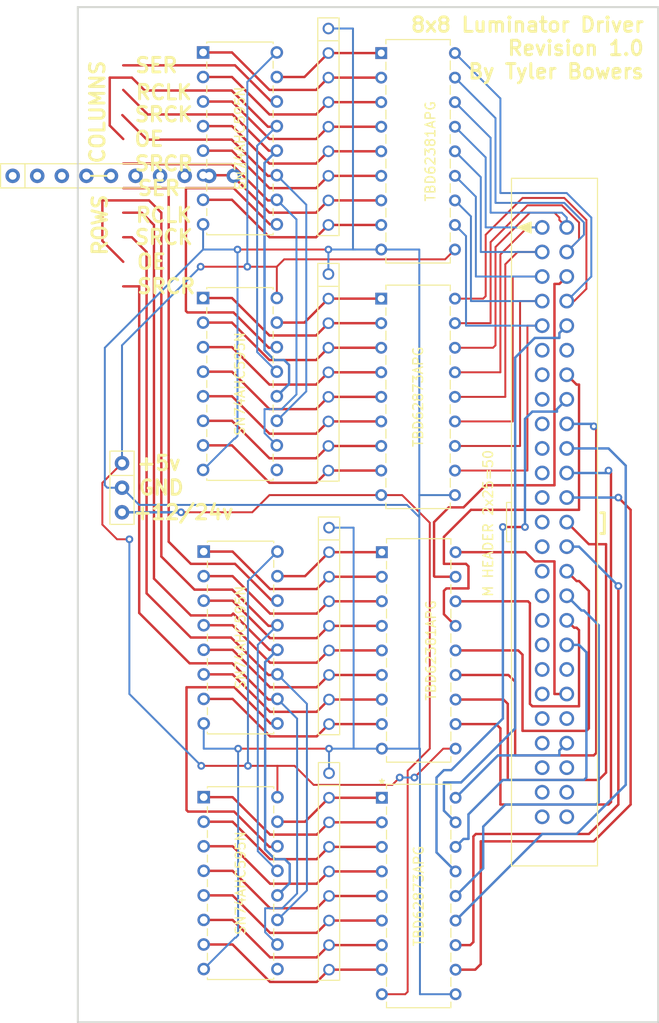
<source format=kicad_pcb>
(kicad_pcb (version 20211014) (generator pcbnew)
  (layers (0 "F.Cu" signal) (31 "B.Cu" signal) (34 "B.Paste" user) (35 "F.Paste" user) (36 "B.SilkS" user "B.Silkscreen") (37 "F.SilkS" user "F.Silkscreen") (38 "B.Mask" user) (39 "F.Mask" user) (44 "Edge.Cuts" user))
  (net 0 "")
  (footprint "Luminator:1x3 pads" (layer "F.Cu") (at 84.328 88.138)
    (fp_text reference "REF**" hide)
    (fp_text value "1x3 pads")
  )
  (footprint "Luminator:8x10 R Array" (layer "F.Cu") (at 105.7275 117.6655)
    (fp_text reference "REF**" hide)
    (fp_text value "8x10k R Array")
  )
  (footprint "Luminator:SN74AHC595N" (layer "F.Cu") (at 96.52 67.564)
    (fp_text reference "REF**" hide)
    (fp_text value "SN74AHC595N")
  )
  (footprint "Luminator:TBD62783APG" (layer "F.Cu") (at 111.1885 120.2055)
    (fp_text reference "REF**" hide)
    (fp_text value "TBD62873APG")
  )
  (footprint "Luminator:8x10 R Array" (layer "F.Cu") (at 105.664 40.64)
    (fp_text reference "REF**" hide)
    (fp_text value "8x10k R Array")
  )
  (footprint "Luminator:TBD62783APG" (layer "F.Cu") (at 111.125 68.58)
    (fp_text reference "REF**" hide)
    (fp_text value "TBD62873APG")
  )
  (footprint "Luminator:8x10 R Array" (layer "F.Cu") (at 105.7275 92.2655)
    (fp_text reference "REF**" hide)
    (fp_text value "8x10k R Array")
  )
  (footprint "Luminator:SN74AHC595N" (layer "F.Cu") (at 96.5835 93.7895)
    (fp_text reference "REF**" hide)
    (fp_text value "SN74AHC595N")
  )
  (footprint "Luminator:8x10 R Array" (layer "F.Cu") (at 105.664 66.04)
    (fp_text reference "REF**" hide)
    (fp_text value "8x10k R Array")
  )
  (footprint "Luminator:TBD62381APG" (layer "F.Cu") (at 111.125 43.18)
    (fp_text reference "REF**" hide)
    (fp_text value "TBD62381APG")
  )
  (footprint "Luminator:M HEADER 2x25=50 2.54mm" (layer "F.Cu") (at 127.762 61.214 -90)
    (fp_text reference "REF**" hide)
    (fp_text value "M HEADER 2x25=50 ")
  )
  (footprint "Luminator:1x10 pads" (layer "F.Cu") (at 84.455 55.88 -90)
    (fp_text reference "REF**" hide)
    (fp_text value "1x10 pads" hide)
  )
  (footprint "Luminator:TBD62381APG" (layer "F.Cu") (at 111.1885 94.8055)
    (fp_text reference "REF**" hide)
    (fp_text value "TBD62381APG")
  )
  (footprint "Luminator:SN74AHC595N" (layer "F.Cu") (at 96.5835 119.1895)
    (fp_text reference "REF**" hide)
    (fp_text value "SN74AHC595N")
  )
  (footprint "Luminator:SN74AHC595N" (layer "F.Cu") (at 96.52 42.164)
    (fp_text reference "REF**" hide)
    (fp_text value "SN74AHC595N")
  )
  (gr_line (start 82.804 55.88) (end 80.518 55.88) (layer "F.SilkS") (width 0.2))
  (gr_rect (start 79.756 143.432) (end 139.756 38.432) (layer "Edge.Cuts") (width 0.2) (fill none))
  (gr_text "OE" (at 87.376 64.77) (layer "F.SilkS") (effects (font (size 1.5 1.5) (thickness 0.3))))
  (gr_text "]" (at 134.112 91.694) (layer "F.SilkS") (effects (font (size 1.5 1.5) (thickness 0.3))))
  (gr_text "SRCK" (at 88.646 62.23) (layer "F.SilkS") (effects (font (size 1.5 1.5) (thickness 0.3))))
  (gr_text "OE" (at 87.122 52.07) (layer "F.SilkS") (effects (font (size 1.5 1.5) (thickness 0.3))))
  (gr_text "+12/24v" (at 90.678 90.678) (layer "F.SilkS") (effects (font (size 1.5 1.5) (thickness 0.3))))
  (gr_text "SRCR" (at 88.646 54.61) (layer "F.SilkS") (effects (font (size 1.5 1.5) (thickness 0.3))))
  (gr_text "SER" (at 87.884 44.45) (layer "F.SilkS") (effects (font (size 1.5 1.5) (thickness 0.3))))
  (gr_text "ROWS" (at 82.042 60.96 90) (layer "F.SilkS") (effects (font (size 1.5 1.5) (thickness 0.3))))
  (gr_text "SRCK" (at 88.646 49.53) (layer "F.SilkS") (effects (font (size 1.5 1.5) (thickness 0.3))))
  (gr_text "RCLK" (at 88.646 47.244) (layer "F.SilkS") (effects (font (size 1.5 1.5) (thickness 0.3))))
  (gr_text "RCLK" (at 88.646 59.944) (layer "F.SilkS") (effects (font (size 1.5 1.5) (thickness 0.3))))
  (gr_text "COLUMNS" (at 81.788 49.276 90) (layer "F.SilkS") (effects (font (size 1.5 1.5) (thickness 0.3))))
  (gr_text "+5v" (at 88.138 85.598) (layer "F.SilkS") (effects (font (size 1.5 1.5) (thickness 0.3))))
  (gr_text "8x8 Luminator Driver\nRevision 1.0\nBy Tyler Bowers" (at 138.43 42.672) (layer "F.SilkS") (effects (font (size 1.5 1.5) (thickness 0.3)) (justify right)))
  (gr_text "SER" (at 88.138 57.15) (layer "F.SilkS") (effects (font (size 1.5 1.5) (thickness 0.3))))
  (gr_text "SRCR" (at 88.9 67.31) (layer "F.SilkS") (effects (font (size 1.5 1.5) (thickness 0.3))))
  (gr_text "GND" (at 88.392 88.138) (layer "F.SilkS") (effects (font (size 1.5 1.5) (thickness 0.3))))
  (segment (start 92.71 83.7565) (end 95.6945 83.7565) (width 0.25) (layer "F.Cu") (net 0))
  (segment (start 117.602 98.806) (end 117.856 98.552) (width 0.25) (layer "F.Cu") (net 0))
  (segment (start 104.394 85.09) (end 105.664 83.82) (width 0.25) (layer "F.Cu") (net 0))
  (segment (start 125.73 58.166) (end 130.048 58.166) (width 0.2) (layer "F.Cu") (net 0))
  (segment (start 126.3015 99.8855) (end 126.492 100.076) (width 0.25) (layer "F.Cu") (net 0))
  (segment (start 116.586 97.282) (end 116.586 91.694) (width 0.25) (layer "F.Cu") (net 0))
  (segment (start 123.444 113.03) (end 123.444 120.904) (width 0.25) (layer "F.Cu") (net 0))
  (segment (start 91.821 98.679) (end 88.392 95.25) (width 0.25) (layer "F.Cu") (net 0))
  (segment (start 111.125 45.72) (end 105.664 45.72) (width 0.25) (layer "F.Cu") (net 0))
  (segment (start 133.096 124.714) (end 121.412 124.714) (width 0.25) (layer "F.Cu") (net 0))
  (segment (start 86.6775 47.0535) (end 85.344 45.72) (width 0.25) (layer "F.Cu") (net 0))
  (segment (start 104.4575 98.6155) (end 105.7275 97.3455) (width 0.25) (layer "F.Cu") (net 0))
  (segment (start 92.71 55.8165) (end 95.6945 55.8165) (width 0.25) (layer "F.Cu") (net 0))
  (segment (start 111.1885 137.9855) (end 105.7275 137.9855) (width 0.25) (layer "F.Cu") (net 0))
  (segment (start 95.758 107.442) (end 99.6315 111.3155) (width 0.25) (layer "F.Cu") (net 0))
  (segment (start 105.664 63.5) (end 96.266 63.5) (width 0.2) (layer "F.Cu") (net 0))
  (segment (start 92.71 73.5965) (end 95.6945 73.5965) (width 0.25) (layer "F.Cu") (net 0))
  (segment (start 119.888 96.012) (end 117.602 96.012) (width 0.25) (layer "F.Cu") (net 0))
  (segment (start 86.995 49.53) (end 84.455 46.99) (width 0.25) (layer "F.Cu") (net 0))
  (segment (start 114.554 118.11) (end 117.5385 115.1255) (width 0.2) (layer "F.Cu") (net 0))
  (segment (start 104.394 80.01) (end 105.664 78.74) (width 0.25) (layer "F.Cu") (net 0))
  (segment (start 105.7275 125.2855) (end 111.1885 125.2855) (width 0.25) (layer "F.Cu") (net 0))
  (segment (start 105.664 73.66) (end 111.125 73.66) (width 0.25) (layer "F.Cu") (net 0))
  (segment (start 105.7275 110.0455) (end 111.1885 110.0455) (width 0.25) (layer "F.Cu") (net 0))
  (segment (start 95.6945 45.6565) (end 99.568 49.53) (width 0.25) (layer "F.Cu") (net 0))
  (segment (start 92.71 45.6565) (end 95.6945 45.6565) (width 0.25) (layer "F.Cu") (net 0))
  (segment (start 111.125 81.28) (end 105.664 81.28) (width 0.25) (layer "F.Cu") (net 0))
  (segment (start 99.568 46.99) (end 104.394 46.99) (width 0.25) (layer "F.Cu") (net 0))
  (segment (start 104.4575 103.6955) (end 105.7275 102.4255) (width 0.25) (layer "F.Cu") (net 0))
  (segment (start 132.588 113.03) (end 132.588 98.806) (width 0.25) (layer "F.Cu") (net 0))
  (segment (start 92.71 48.1965) (end 95.6945 48.1965) (width 0.25) (layer "F.Cu") (net 0))
  (segment (start 95.758 94.742) (end 99.6315 98.6155) (width 0.25) (layer "F.Cu") (net 0))
  (segment (start 84.455 54.61) (end 87.249 54.61) (width 0.25) (layer "F.Cu") (net 0))
  (segment (start 97.282 65.278) (end 92.456 65.278) (width 0.2) (layer "F.Cu") (net 0))
  (segment (start 85.09 93.472) (end 83.82 93.472) (width 0.2) (layer "F.Cu") (net 0))
  (segment (start 131.063999 102.615999) (end 130.302 101.854) (width 0.25) (layer "F.Cu") (net 0))
  (segment (start 135.636 89.154) (end 136.906 90.424) (width 0.25) (layer "F.Cu") (net 0))
  (segment (start 92.7735 102.362) (end 95.758 102.362) (width 0.25) (layer "F.Cu") (net 0))
  (segment (start 85.344 62.23) (end 84.455 62.23) (width 0.25) (layer "F.Cu") (net 0))
  (segment (start 118.8085 97.3455) (end 116.6495 97.3455) (width 0.25) (layer "F.Cu") (net 0))
  (segment (start 100.33 65.278) (end 97.282 65.278) (width 0.2) (layer "F.Cu") (net 0))
  (segment (start 126.238 58.928) (end 129.794 58.928) (width 0.2) (layer "F.Cu") (net 0))
  (segment (start 92.71 43.1165) (end 95.6945 43.1165) (width 0.25) (layer "F.Cu") (net 0))
  (segment (start 123.698 92.202) (end 125.984 92.202) (width 0.25) (layer "F.Cu") (net 0))
  (segment (start 92.71 78.6765) (end 95.6945 78.6765) (width 0.25) (layer "F.Cu") (net 0))
  (segment (start 118.8085 102.4255) (end 117.602 101.219) (width 0.25) (layer "F.Cu") (net 0))
  (segment (start 126.238 71.374) (end 127.762 71.374) (width 0.2) (layer "F.Cu") (net 0))
  (segment (start 99.6315 106.2355) (end 104.4575 106.2355) (width 0.25) (layer "F.Cu") (net 0))
  (segment (start 87.122 58.42) (end 82.296 58.42) (width 0.25) (layer "F.Cu") (net 0))
  (segment (start 117.5385 115.1255) (end 118.8085 115.1255) (width 0.2) (layer "F.Cu") (net 0))
  (segment (start 133.35 82.042) (end 133.096 81.788) (width 0.25) (layer "F.Cu") (net 0))
  (segment (start 99.679125 112.522) (end 95.932625 108.7755) (width 0.25) (layer "F.Cu") (net 0))
  (segment (start 126.746 110.744) (end 131.572 110.744) (width 0.25) (layer "F.Cu") (net 0))
  (segment (start 86.106 67.31) (end 84.455 67.31) (width 0.25) (layer "F.Cu") (net 0))
  (segment (start 111.1885 107.5055) (end 105.7275 107.5055) (width 0.25) (layer "F.Cu") (net 0))
  (segment (start 95.758 102.362) (end 99.6315 106.2355) (width 0.25) (layer "F.Cu") (net 0))
  (segment (start 120.142 96.266) (end 119.888 96.012) (width 0.25) (layer "F.Cu") (net 0))
  (segment (start 118.8085 110.0455) (end 123.7615 110.0455) (width 0.25) (layer "F.Cu") (net 0))
  (segment (start 104.4575 113.8555) (end 105.7275 112.5855) (width 0.25) (layer "F.Cu") (net 0))
  (segment (start 103.1875 45.6565) (end 105.664 43.18) (width 0.25) (layer "F.Cu") (net 0))
  (segment (start 105.7275 130.3655) (end 111.1885 130.3655) (width 0.25) (layer "F.Cu") (net 0))
  (segment (start 91.313 106.299) (end 86.106 101.092) (width 0.25) (layer "F.Cu") (net 0))
  (segment (start 95.758 97.282) (end 99.6315 101.1555) (width 0.25) (layer "F.Cu") (net 0))
  (segment (start 113.8555 139.5095) (end 113.8555 140.2715) (width 0.2) (layer "F.Cu") (net 0))
  (segment (start 129.032 95.758) (end 129.032 109.474) (width 0.25) (layer "F.Cu") (net 0))
  (segment (start 99.568 82.55) (end 104.394 82.55) (width 0.25) (layer "F.Cu") (net 0))
  (segment (start 127 95.758) (end 129.032 95.758) (width 0.25) (layer "F.Cu") (net 0))
  (segment (start 126.238 86.36) (end 126.238 71.374) (width 0.2) (layer "F.Cu") (net 0))
  (segment (start 92.71 58.3565) (end 95.6945 58.3565) (width 0.25) (layer "F.Cu") (net 0))
  (segment (start 104.394 59.69) (end 105.664 58.42) (width 0.25) (layer "F.Cu") (net 0))
  (segment (start 129.54 60.198) (end 129.540001 60.452001) (width 0.2) (layer "F.Cu") (net 0))
  (segment (start 100.33 65.278) (end 101.092 64.516) (width 0.2) (layer "F.Cu") (net 0))
  (segment (start 113.284 88.9) (end 111.125 88.9) (width 0.2) (layer "F.Cu") (net 0))
  (segment (start 92.7735 127.762) (end 95.758 127.762) (width 0.25) (layer "F.Cu") (net 0))
  (segment (start 132.588 123.952) (end 120.904 123.952) (width 0.25) (layer "F.Cu") (net 0))
  (segment (start 112.268 118.872) (end 113.03 118.11) (width 0.2) (layer "F.Cu") (net 0))
  (segment (start 126.492 100.076) (end 126.492 110.49) (width 0.25) (layer "F.Cu") (net 0))
  (segment (start 92.7735 97.282) (end 95.758 97.282) (width 0.25) (layer "F.Cu") (net 0))
  (segment (start 125.73 105.41) (end 125.73 113.284) (width 0.25) (layer "F.Cu") (net 0))
  (segment (start 95.66275 52.1335) (end 86.89975 52.1335) (width 0.25) (layer "F.Cu") (net 0))
  (segment (start 130.048 58.166) (end 132.334 60.452) (width 0.2) (layer "F.Cu") (net 0))
  (segment (start 118.745 68.58) (end 121.666 68.58) (width 0.2) (layer "F.Cu") (net 0))
  (segment (start 131.572 102.87) (end 131.318 102.616) (width 0.25) (layer "F.Cu") (net 0))
  (segment (start 116.586 91.694) (end 118.11 90.17) (width 0.25) (layer "F.Cu") (net 0))
  (segment (start 113.6015 140.5255) (end 111.1885 140.5255) (width 0.2) (layer "F.Cu") (net 0))
  (segment (start 120.65 124.206) (end 120.65 135.128) (width 0.25) (layer "F.Cu") (net 0))
  (segment (start 124.968 108.204) (end 124.968 115.824) (width 0.25) (layer "F.Cu") (net 0))
  (segment (start 95.6945 53.2765) (end 99.568 57.15) (width 0.25) (layer "F.Cu") (net 0))
  (segment (start 92.71 76.1365) (end 95.6945 76.1365) (width 0.25) (layer "F.Cu") (net 0))
  (segment (start 100.23475 58.42) (end 99.40925 58.42) (width 0.25) (layer "F.Cu") (net 0))
  (segment (start 125.2855 104.9655) (end 125.73 105.41) (width 0.25) (layer "F.Cu") (net 0))
  (segment (start 122.936 73.406) (end 122.936 63.246) (width 0.2) (layer "F.Cu") (net 0))
  (segment (start 121.92 87.884) (end 129.032 87.884) (width 0.25) (layer "F.Cu") (net 0))
  (segment (start 104.4575 134.1755) (end 105.7275 132.9055) (width 0.25) (layer "F.Cu") (net 0))
  (segment (start 99.6315 136.7155) (end 104.4575 136.7155) (width 0.25) (layer "F.Cu") (net 0))
  (segment (start 104.394 54.61) (end 105.664 53.34) (width 0.25) (layer "F.Cu") (net 0))
  (segment (start 95.66275 54.6735) (end 87.3125 54.6735) (width 0.25) (layer "F.Cu") (net 0))
  (segment (start 105.664 68.58) (end 111.125 68.58) (width 0.25) (layer "F.Cu") (net 0))
  (segment (start 104.394 82.55) (end 105.664 81.28) (width 0.25) (layer "F.Cu") (net 0))
  (segment (start 116.1415 115.1255) (end 113.8555 117.4115) (width 0.2) (layer "F.Cu") (net 0))
  (segment (start 86.89975 52.1335) (end 84.35975 49.5935) (width 0.25) (layer "F.Cu") (net 0))
  (segment (start 100.3935 116.9035) (end 97.3455 116.9035) (width 0.2) (layer "F.Cu") (net 0))
  (segment (start 95.6945 48.1965) (end 99.568 52.07) (width 0.25) (layer "F.Cu") (net 0))
  (segment (start 118.8085 99.8855) (end 126.3015 99.8855) (width 0.25) (layer "F.Cu") (net 0))
  (segment (start 82.296 58.42) (end 82.296 62.611) (width 0.25) (layer "F.Cu") (net 0))
  (segment (start 99.40925 50.8) (end 95.66275 47.0535) (width 0.25) (layer "F.Cu") (net 0))
  (segment (start 119.634 90.17) (end 121.92 87.884) (width 0.25) (layer "F.Cu") (net 0))
  (segment (start 134.366 93.98) (end 132.588 93.98) (width 0.25) (layer "F.Cu") (net 0))
  (segment (start 99.7585 48.1965) (end 96.012 44.45) (width 0.25) (layer "F.Cu") (net 0))
  (segment (start 135.636 120.904) (end 132.588 123.952) (width 0.25) (layer "F.Cu") (net 0))
  (segment (start 118.8085 104.9655) (end 125.2855 104.9655) (width 0.25) (layer "F.Cu") (net 0))
  (segment (start 122.936 63.246) (end 126.492 59.69) (width 0.2) (layer "F.Cu") (net 0))
  (segment (start 104.394 46.99) (end 105.664 45.72) (width 0.25) (layer "F.Cu") (net 0))
  (segment (start 83.058 50.673) (end 84.455 52.07) (width 0.25) (layer "F.Cu") (net 0))
  (segment (start 95.6945 73.5965) (end 99.568 77.47) (width 0.25) (layer "F.Cu") (net 0))
  (segment (start 134.366 117.602) (end 134.366 93.98) (width 0.25) (layer "F.Cu") (net 0))
  (segment (start 100.33 71.0565) (end 103.1875 71.0565) (width 0.25) (layer "F.Cu") (net 0))
  (segment (start 95.72625 98.679) (end 91.821 98.679) (width 0.25) (layer "F.Cu") (net 0))
  (segment (start 124.206 110.49) (end 124.206 118.364) (width 0.25) (layer "F.Cu") (net 0))
  (segment (start 99.615625 60.8965) (end 95.869125 57.15) (width 0.25) (layer "F.Cu") (net 0))
  (segment (start 111.1885 127.8255) (end 105.7275 127.8255) (width 0.25) (layer "F.Cu") (net 0))
  (segment (start 92.7735 130.302) (end 95.758 130.302) (width 0.25) (layer "F.Cu") (net 0))
  (segment (start 92.7735 99.822) (end 95.758 99.822) (width 0.25) (layer "F.Cu") (net 0))
  (segment (start 95.758 132.842) (end 99.6315 136.7155) (width 0.25) (layer "F.Cu") (net 0))
  (segment (start 120.8405 137.9855) (end 118.8085 137.9855) (width 0.25) (layer "F.Cu") (net 0))
  (segment (start 125.222 63.754) (end 127.762 63.754) (width 0.2) (layer "F.Cu") (net 0))
  (segment (start 104.394 72.39) (end 105.664 71.12) (width 0.25) (layer "F.Cu") (net 0))
  (segment (start 100.33 45.6565) (end 103.1875 45.6565) (width 0.25) (layer "F.Cu") (net 0))
  (segment (start 118.8085 94.8055) (end 126.0475 94.8055) (width 0.25) (layer "F.Cu") (net 0))
  (segment (start 99.47275 110.0455) (end 95.72625 106.299) (width 0.25) (layer "F.Cu") (net 0))
  (segment (start 104.394 74.93) (end 105.664 73.66) (width 0.25) (layer "F.Cu") (net 0))
  (segment (start 105.7275 104.9655) (end 111.1885 104.9655) (width 0.25) (layer "F.Cu") (net 0))
  (segment (start 99.5045 73.66) (end 95.85325 70.00875) (width 0.25) (layer "F.Cu") (net 0))
  (segment (start 85.344 45.72) (end 83.058 45.72) (width 0.25) (layer "F.Cu") (net 0))
  (segment (start 100.33 68.5165) (end 100.33 65.278) (width 0.2) (layer "F.Cu") (net 0))
  (segment (start 95.6945 50.7365) (end 99.568 54.61) (width 0.25) (layer "F.Cu") (net 0))
  (segment (start 99.6315 139.2555) (end 104.4575 139.2555) (width 0.25) (layer "F.Cu") (net 0))
  (segment (start 126.238 61.214) (end 127.762 61.214) (width 0.2) (layer "F.Cu") (net 0))
  (segment (start 95.59925 103.632) (end 91.44 103.632) (width 0.25) (layer "F.Cu") (net 0))
  (segment (start 95.758 120.142) (end 99.6315 124.0155) (width 0.25) (layer "F.Cu") (net 0))
  (segment (start 131.572 97.79) (end 131.318 97.79) (width 0.25) (layer "F.Cu") (net 0))
  (segment (start 132.588 98.806) (end 131.572 97.79) (width 0.25) (layer "F.Cu") (net 0))
  (segment (start 133.096 115.824) (end 133.35 115.57) (width 0.25) (layer "F.Cu") (net 0))
  (segment (start 111.125 76.2) (end 105.664 76.2) (width 0.25) (layer "F.Cu") (net 0))
  (segment (start 122.428 62.738) (end 126.238 58.928) (width 0.2) (layer "F.Cu") (net 0))
  (segment (start 104.4575 101.1555) (end 105.7275 99.8855) (width 0.25) (layer "F.Cu") (net 0))
  (segment (start 118.745 71.12) (end 122.428 71.12) (width 0.2) (layer "F.Cu") (net 0))
  (segment (start 100.3935 97.282) (end 103.251 97.282) (width 0.25) (layer "F.Cu") (net 0))
  (segment (start 91.44 96.012) (end 89.154 93.726) (width 0.25) (layer "F.Cu") (net 0))
  (segment (start 100.29825 107.5055) (end 99.47275 107.5055) (width 0.25) (layer "F.Cu") (net 0))
  (segment (start 95.758 135.382) (end 99.6315 139.2555) (width 0.25) (layer "F.Cu") (net 0))
  (segment (start 99.568 54.61) (end 104.394 54.61) (width 0.25) (layer "F.Cu") (net 0))
  (segment (start 95.758 99.822) (end 99.6315 103.6955) (width 0.25) (layer "F.Cu") (net 0))
  (segment (start 131.318 77.47) (end 130.302 76.454) (width 0.25) (layer "F.Cu") (net 0))
  (segment (start 90.932 69.85) (end 91.09075 70.00875) (width 0.25) (layer "F.Cu") (net 0))
  (segment (start 99.47275 102.4255) (end 95.72625 98.679) (width 0.25) (layer "F.Cu") (net 0))
  (segment (start 124.2695 107.5055) (end 124.968 108.204) (width 0.25) (layer "F.Cu") (net 0))
  (segment (start 95.66275 47.0535) (end 86.6775 47.0535) (width 0.25) (layer "F.Cu") (net 0))
  (segment (start 125.476 68.834) (end 127.762 68.834) (width 0.2) (layer "F.Cu") (net 0))
  (segment (start 92.7735 120.142) (end 95.758 120.142) (width 0.25) (layer "F.Cu") (net 0))
  (segment (start 111.125 55.88) (end 105.664 55.88) (width 0.25) (layer "F.Cu") (net 0))
  (segment (start 131.572 110.744) (end 131.572 102.87) (width 0.25) (layer "F.Cu") (net 0))
  (segment (start 117.602 93.218) (end 120.396 90.424) (width 0.25) (layer "F.Cu") (net 0))
  (segment (start 92.7735 135.382) (end 95.758 135.382) (width 0.25) (layer "F.Cu") (net 0))
  (segment (start 104.4575 108.7755) (end 105.7275 107.5055) (width 0.25) (layer "F.Cu") (net 0))
  (segment (start 111.125 71.12) (end 105.664 71.12) (width 0.25) (layer "F.Cu") (net 0))
  (segment (start 87.249 54.61) (end 87.3125 54.6735) (width 0.25) (layer "F.Cu") (net 0))
  (segment (start 132.588 93.98) (end 130.302 91.694) (width 0.25) (layer "F.Cu") (net 0))
  (segment (start 88.392 59.69) (end 87.122 58.42) (width 0.25) (layer "F.Cu") (net 0))
  (segment (start 120.142 98.552) (end 120.142 96.266) (width 0.25) (layer "F.Cu") (net 0))
  (segment (start 125.73 113.284) (end 132.334 113.284) (width 0.25) (layer "F.Cu") (net 0))
  (segment (start 104.394 52.07) (end 105.664 50.8) (width 0.25) (layer "F.Cu") (net 0))
  (segment (start 135.636 98.298) (end 135.636 120.904) (width 0.25) (layer "F.Cu") (net 0))
  (segment (start 103.1875 71.0565) (end 105.664 68.58) (width 0.25) (layer "F.Cu") (net 0))
  (segment (start 92.7735 104.902) (end 95.758 104.902) (width 0.25) (layer "F.Cu") (net 0))
  (segment (start 92.71 81.2165) (end 95.6945 81.2165) (width 0.25) (layer "F.Cu") (net 0))
  (segment (start 99.568 49.53) (end 104.394 49.53) (width 0.25) (layer "F.Cu") (net 0))
  (segment (start 129.794 58.928) (end 131.572 60.706) (width 0.2) (layer "F.Cu") (net 0))
  (segment (start 122.428 71.12) (end 122.428 62.738) (width 0.2) (layer "F.Cu") (net 0))
  (segment (start 121.666 68.58) (end 121.92 68.326) (width 0.2) (layer "F.Cu") (net 0))
  (segment (start 82.296 62.611) (end 84.455 64.77) (width 0.25) (layer "F.Cu") (net 0))
  (segment (start 104.4575 129.0955) (end 105.7275 127.8255) (width 0.25) (layer "F.Cu") (net 0))
  (segment (start 95.6945 78.6765) (end 99.568 82.55) (width 0.25) (layer "F.Cu") (net 0))
  (segment (start 126.0475 94.8055) (end 127 95.758) (width 0.25) (layer "F.Cu") (net 0))
  (segment (start 99.568 62.23) (end 104.394 62.23) (width 0.25) (layer "F.Cu") (net 0))
  (segment (start 99.568 88.9) (end 97.79 90.678) (width 0.2) (layer "F.Cu") (net 0))
  (segment (start 86.36 59.69) (end 84.455 59.69) (width 0.25) (layer "F.Cu") (net 0))
  (segment (start 95.758 125.222) (end 99.6315 129.0955) (width 0.25) (layer "F.Cu") (net 0))
  (segment (start 92.7735 132.842) (end 95.758 132.842) (width 0.25) (layer "F.Cu") (net 0))
  (segment (start 105.7275 120.2055) (end 111.1885 120.2055) (width 0.25) (layer "F.Cu") (net 0))
  (segment (start 99.568 72.39) (end 104.394 72.39) (width 0.25) (layer "F.Cu") (net 0))
  (segment (start 100.33 73.66) (end 99.5045 73.66) (width 0.25) (layer "F.Cu") (net 0))
  (segment (start 100.3935 125.2855) (end 99.568 125.2855) (width 0.25) (layer "F.Cu") (net 0))
  (segment (start 95.758 104.902) (end 99.6315 108.7755) (width 0.25) (layer "F.Cu") (net 0))
  (segment (start 99.6315 111.3155) (end 104.4575 111.3155) (width 0.25) (layer "F.Cu") (net 0))
  (segment (start 99.822 99.822) (end 96.012 96.012) (width 0.25) (layer "F.Cu") (net 0))
  (segment (start 99.568 104.902) (end 95.8215 101.1555) (width 0.25) (layer "F.Cu") (net 0))
  (segment (start 95.6945 76.1365) (end 99.568 80.01) (width 0.25) (layer "F.Cu") (net 0))
  (segment (start 90.9955 121.4755) (end 91.15425 121.63425) (width 0.25) (layer "F.Cu") (net 0))
  (segment (start 105.664 43.18) (end 111.125 43.18) (width 0.25) (layer "F.Cu") (net 0))
  (segment (start 95.6945 81.2165) (end 99.568 85.09) (width 0.25) (layer "F.Cu") (net 0))
  (segment (start 118.745 81.28) (end 124.714 81.28) (width 0.2) (layer "F.Cu") (net 0))
  (segment (start 102.1715 116.9035) (end 104.14 118.872) (width 0.2) (layer "F.Cu") (net 0))
  (segment (start 120.3325 135.4455) (end 118.8085 135.4455) (width 0.25) (layer "F.Cu") (net 0))
  (segment (start 101.092 64.516) (end 117.729 64.516) (width 0.2) (layer "F.Cu") (net 0))
  (segment (start 95.758 127.762) (end 99.6315 131.6355) (width 0.25) (layer "F.Cu") (net 0))
  (segment (start 122.9995 112.5855) (end 123.444 113.03) (width 0.25) (layer "F.Cu") (net 0))
  (segment (start 99.6315 134.1755) (end 104.4575 134.1755) (width 0.25) (layer "F.Cu") (net 0))
  (segment (start 104.4575 131.6355) (end 105.7275 130.3655) (width 0.25) (layer "F.Cu") (net 0))
  (segment (start 103.251 97.282) (end 105.7275 94.8055) (width 0.25) (layer "F.Cu") (net 0))
  (segment (start 100.29825 102.4255) (end 99.47275 102.4255) (width 0.25) (layer "F.Cu") (net 0))
  (segment (start 99.568 77.47) (end 104.394 77.47) (width 0.25) (layer "F.Cu") (net 0))
  (segment (start 92.71 50.7365) (end 95.6945 50.7365) (width 0.25) (layer "F.Cu") (net 0))
  (segment (start 131.572 90.424) (end 131.572 77.47) (width 0.25) (layer "F.Cu") (net 0))
  (segment (start 95.758 109.982) (end 99.6315 113.8555) (width 0.25) (layer "F.Cu") (net 0))
  (segment (start 117.856 98.552) (end 120.142 98.552) (width 0.25) (layer "F.Cu") (net 0))
  (segment (start 111.125 86.36) (end 105.664 86.36) (width 0.25) (layer "F.Cu") (net 0))
  (segment (start 118.745 78.74) (end 123.952 78.74) (width 0.2) (layer "F.Cu") (net 0))
  (segment (start 96.012 44.45) (end 84.455 44.45) (width 0.25) (layer "F.Cu") (net 0))
  (segment (start 111.1885 97.3455) (end 105.7275 97.3455) (width 0.25) (layer "F.Cu") (net 0))
  (segment (start 113.8555 140.2715) (end 113.6015 140.5255) (width 0.2) (layer "F.Cu") (net 0))
  (segment (start 104.394 62.23) (end 105.664 60.96) (width 0.25) (layer "F.Cu") (net 0))
  (segment (start 124.968 115.824) (end 133.096 115.824) (width 0.25) (layer "F.Cu") (net 0))
  (segment (start 104.394 57.15) (end 105.664 55.88) (width 0.25) (layer "F.Cu") (net 0))
  (segment (start 99.568 85.09) (end 104.394 85.09) (width 0.25) (layer "F.Cu") (net 0))
  (segment (start 117.729 64.516) (end 118.745 63.5) (width 0.2) (layer "F.Cu") (net 0))
  (segment (start 133.604 118.364) (end 134.366 117.602) (width 0.25) (layer "F.Cu") (net 0))
  (segment (start 118.745 76.2) (end 123.444 76.2) (width 0.2) (layer "F.Cu") (net 0))
  (segment (start 82.296 91.948) (end 82.296 87.63) (width 0.2) (layer "F.Cu") (net 0))
  (segment (start 95.932625 108.7755) (end 90.9955 108.7755) (width 0.25) (layer "F.Cu") (net 0))
  (segment (start 89.154 57.15) (end 84.455 57.15) (width 0.25) (layer "F.Cu") (net 0))
  (segment (start 91.44 101.346) (end 87.63 97.536) (width 0.25) (layer "F.Cu") (net 0))
  (segment (start 99.6315 98.6155) (end 104.4575 98.6155) (width 0.25) (layer "F.Cu") (net 0))
  (segment (start 90.932 57.15) (end 90.932 69.85) (width 0.25) (layer "F.Cu") (net 0))
  (segment (start 99.6315 108.7755) (end 104.4575 108.7755) (width 0.25) (layer "F.Cu") (net 0))
  (segment (start 111.1885 102.4255) (end 105.7275 102.4255) (width 0.25) (layer "F.Cu") (net 0))
  (segment (start 129.032 59.69) (end 129.54 60.198) (width 0.2) (layer "F.Cu") (net 0))
  (segment (start 95.631 101.346) (end 91.44 101.346) (width 0.25) (layer "F.Cu") (net 0))
  (segment (start 96.012 96.012) (end 91.44 96.012) (width 0.25) (layer "F.Cu") (net 0))
  (segment (start 136.906 90.424) (end 136.906 120.904) (width 0.25) (layer "F.Cu") (net 0))
  (segment (start 92.7735 109.982) (end 95.758 109.982) (width 0.25) (layer "F.Cu") (net 0))
  (segment (start 123.444 120.904) (end 134.62 120.904) (width 0.25) (layer "F.Cu") (net 0))
  (segment (start 121.412 124.714) (end 121.412 137.414) (width 0.25) (layer "F.Cu") (net 0))
  (segment (start 111.125 60.96) (end 105.664 60.96) (width 0.25) (layer "F.Cu") (net 0))
  (segment (start 104.4575 111.3155) (end 105.7275 110.0455) (width 0.25) (layer "F.Cu") (net 0))
  (segment (start 92.7735 122.682) (end 95.758 122.682) (width 0.25) (layer "F.Cu") (net 0))
  (segment (start 131.064 68.834) (end 130.302 68.834) (width 0.2) (layer "F.Cu") (net 0))
  (segment (start 95.6945 83.7565) (end 99.568 87.63) (width 0.25) (layer "F.Cu") (net 0))
  (segment (start 132.334 67.564) (end 131.064 68.834) (width 0.2) (layer "F.Cu") (net 0))
  (segment (start 83.058 45.72) (end 83.058 50.673) (width 0.25) (layer "F.Cu") (net 0))
  (segment (start 100.3935 104.902) (end 99.568 104.902) (width 0.25) (layer "F.Cu") (net 0))
  (segment (start 95.758 130.302) (end 99.6315 134.1755) (width 0.25) (layer "F.Cu") (net 0))
  (segment (start 117.602 101.219) (end 117.602 98.806) (width 0.25) (layer "F.Cu") (net 0))
  (segment (start 99.6315 113.8555) (end 104.4575 113.8555) (width 0.25) (layer "F.Cu") (net 0))
  (segment (start 129.540001 67.055999) (end 130.302 66.294) (width 0.25) (layer "F.Cu") (net 0))
  (segment (start 131.572 77.47) (end 131.318 77.47) (width 0.25) (layer "F.Cu") (net 0))
  (segment (start 111.1885 122.7455) (end 105.7275 122.7455) (width 0.25) (layer "F.Cu") (net 0))
  (segment (start 111.1885 132.9055) (end 105.7275 132.9055) (width 0.25) (layer "F.Cu") (net 0))
  (segment (start 104.4575 126.5555) (end 105.7275 125.2855) (width 0.25) (layer "F.Cu") (net 0))
  (segment (start 86.868 99.06) (end 86.868 63.754) (width 0.25) (layer "F.Cu") (net 0))
  (segment (start 95.6945 71.0565) (end 99.568 74.93) (width 0.25) (layer "F.Cu") (net 0))
  (segment (start 105.7275 135.4455) (end 111.1885 135.4455) (width 0.25) (layer "F.Cu") (net 0))
  (segment (start 118.8085 112.5855) (end 122.9995 112.5855) (width 0.25) (layer "F.Cu") (net 0))
  (segment (start 123.444 76.2) (end 123.444 64.008) (width 0.2) (layer "F.Cu") (net 0))
  (segment (start 99.6315 101.1555) (end 104.4575 101.1555) (width 0.25) (layer "F.Cu") (net 0))
  (segment (start 129.032 109.474) (end 130.302 109.474) (width 0.25) (layer "F.Cu") (net 0))
  (segment (start 105.7275 99.8855) (end 111.1885 99.8855) (width 0.25) (layer "F.Cu") (net 0))
  (segment (start 111.1885 112.5855) (end 105.7275 112.5855) (width 0.25) (layer "F.Cu") (net 0))
  (segment (start 105.664 83.82) (end 111.125 83.82) (width 0.25) (layer "F.Cu") (net 0))
  (segment (start 118.745 73.66) (end 122.682 73.66) (width 0.2) (layer "F.Cu") (net 0))
  (segment (start 92.71 68.5165) (end 95.6945 68.5165) (width 0.25) (layer "F.Cu") (net 0))
  (segment (start 87.63 60.96) (end 86.36 59.69) (width 0.25) (layer "F.Cu") (net 0))
  (segment (start 105.7275 94.8055) (end 111.1885 94.8055) (width 0.25) (layer "F.Cu") (net 0))
  (segment (start 97.3455 116.9035) (end 92.5195 116.9035) (width 0.2) (layer "F.Cu") (net 0))
  (segment (start 82.296 87.63) (end 84.328 85.598) (width 0.2) (layer "F.Cu") (net 0))
  (segment (start 116.6495 97.3455) (end 116.586 97.282) (width 0.25) (layer "F.Cu") (net 0))
  (segment (start 99.6315 124.0155) (end 104.4575 124.0155) (width 0.25) (layer "F.Cu") (net 0))
  (segment (start 129.032 87.884) (end 129.032 67.056) (width 0.25) (layer "F.Cu") (net 0))
  (segment (start 123.952 78.74) (end 123.952 65.024) (width 0.2) (layer "F.Cu") (net 0))
  (segment (start 91.09075 70.00875) (end 95.85325 70.00875) (width 0.25) (layer "F.Cu") (net 0))
  (segment (start 121.412 137.414) (end 120.8405 137.9855) (width 0.25) (layer "F.Cu") (net 0))
  (segment (start 129.540001 60.452001) (end 130.302 61.214) (width 0.2) (layer "F.Cu") (net 0))
  (segment (start 116.1415 91.7575) (end 113.284 88.9) (width 0.2) (layer "F.Cu") (net 0))
  (segment (start 136.906 120.904) (end 133.096 124.714) (width 0.25) (layer "F.Cu") (net 0))
  (segment (start 99.6315 103.6955) (end 104.4575 103.6955) (width 0.25) (layer "F.Cu") (net 0))
  (segment (start 100.441125 60.8965) (end 99.615625 60.8965) (width 0.25) (layer "F.Cu") (net 0))
  (segment (start 97.79 90.678) (end 90.424 90.678) (width 0.2) (layer "F.Cu") (net 0))
  (segment (start 89.154 93.726) (end 89.154 57.15) (width 0.25) (layer "F.Cu") (net 0))
  (segment (start 129.032 67.056) (end 129.540001 67.055999) (width 0.25) (layer "F.Cu") (net 0))
  (segment (start 95.8215 101.1555) (end 95.631 101.346) (width 0.25) (layer "F.Cu") (net 0))
  (segment (start 104.4575 139.2555) (end 105.7275 137.9855) (width 0.25) (layer "F.Cu") (net 0))
  (segment (start 116.1415 115.1255) (end 116.1415 91.7575) (width 0.2) (layer "F.Cu") (net 0))
  (segment (start 123.444 64.008) (end 126.238 61.214) (width 0.2) (layer "F.Cu") (net 0))
  (segment (start 104.394 87.63) (end 105.664 86.36) (width 0.25) (layer "F.Cu") (net 0))
  (segment (start 133.35 115.57) (end 133.35 82.042) (width 0.25) (layer "F.Cu") (net 0))
  (segment (start 132.334 60.452) (end 132.334 67.564) (width 0.2) (layer "F.Cu") (net 0))
  (segment (start 120.396 90.424) (end 131.572 90.424) (width 0.25) (layer "F.Cu") (net 0))
  (segment (start 124.206 118.364) (end 133.604 118.364) (width 0.25) (layer "F.Cu") (net 0))
  (segment (start 92.71 71.0565) (end 95.6945 71.0565) (width 0.25) (layer "F.Cu") (net 0))
  (segment (start 95.758 122.682) (end 99.6315 126.5555) (width 0.25) (layer "F.Cu") (net 0))
  (segment (start 92.7735 107.442) (end 95.758 107.442) (width 0.25) (layer "F.Cu") (net 0))
  (segment (start 104.4575 136.7155) (end 105.7275 135.4455) (width 0.25) (layer "F.Cu") (net 0))
  (segment (start 104.4575 106.2355) (end 105.7275 104.9655) (width 0.25) (layer "F.Cu") (net 0))
  (segment (start 99.568 87.63) (end 104.394 87.63) (width 0.25) (layer "F.Cu") (net 0))
  (segment (start 126.492 59.69) (end 129.032 59.69) (width 0.2) (layer "F.Cu") (net 0))
  (segment (start 121.92 68.326) (end 121.92 61.976) (width 0.2) (layer "F.Cu") (net 0))
  (segment (start 99.6315 126.5555) (end 104.4575 126.5555) (width 0.25) (layer "F.Cu") (net 0))
  (segment (start 118.745 86.36) (end 126.238 86.36) (width 0.2) (layer "F.Cu") (net 0))
  (segment (start 132.334 113.284) (end 132.588 113.03) (width 0.25) (layer "F.Cu") (net 0))
  (segment (start 131.572 60.706) (end 131.572 62.484) (width 0.2) (layer "F.Cu") (net 0))
  (segment (start 99.6315 129.0955) (end 104.4575 129.0955) (width 0.25) (layer "F.Cu") (net 0))
  (segment (start 99.568 59.69) (end 104.394 59.69) (width 0.25) (layer "F.Cu") (net 0))
  (segment (start 100.29825 110.0455) (end 99.47275 110.0455) (width 0.25) (layer "F.Cu") (net 0))
  (segment (start 100.23475 50.8) (end 99.40925 50.8) (width 0.25) (layer "F.Cu") (net 0))
  (segment (start 105.664 48.26) (end 111.125 48.26) (width 0.25) (layer "F.Cu") (net 0))
  (segment (start 99.568 125.2855) (end 95.91675 121.63425) (width 0.25) (layer "F.Cu") (net 0))
  (segment (start 100.33 48.1965) (end 99.7585 48.1965) (width 0.25) (layer "F.Cu") (net 0))
  (segment (start 86.106 101.092) (end 86.106 67.31) (width 0.25) (layer "F.Cu") (net 0))
  (segment (start 104.4575 124.0155) (end 105.7275 122.7455) (width 0.25) (layer "F.Cu") (net 0))
  (segment (start 118.11 90.17) (end 119.634 90.17) (width 0.25) (layer "F.Cu") (net 0))
  (segment (start 117.602 96.012) (end 117.602 93.218) (width 0.25) (layer "F.Cu") (net 0))
  (segment (start 124.714 66.294) (end 127.762 66.294) (width 0.2) (layer "F.Cu") (net 0))
  (segment (start 104.394 49.53) (end 105.664 48.26) (width 0.25) (layer "F.Cu") (net 0))
  (segment (start 104.14 118.872) (end 112.268 118.872) (width 0.2) (layer "F.Cu") (net 0))
  (segment (start 99.40925 55.88) (end 95.66275 52.1335) (width 0.25) (layer "F.Cu") (net 0))
  (segment (start 118.745 83.82) (end 125.476 83.82) (width 0.2) (layer "F.Cu") (net 0))
  (segment (start 92.7735 125.222) (end 95.758 125.222) (width 0.25) (layer "F.Cu") (net 0))
  (segment (start 100.3935 122.682) (end 103.251 122.682) (width 0.25) (layer "F.Cu") (net 0))
  (segment (start 105.664 78.74) (end 111.125 78.74) (width 0.25) (layer "F.Cu") (net 0))
  (segment (start 99.568 57.15) (end 104.394 57.15) (width 0.25) (layer "F.Cu") (net 0))
  (segment (start 87.63 97.536) (end 87.63 60.96) (width 0.25) (layer "F.Cu") (net 0))
  (segment (start 131.318 97.79) (end 130.302 96.774) (width 0.25) (layer "F.Cu") (net 0))
  (segment (start 95.869125 57.15) (end 90.932 57.15) (width 0.25) (layer "F.Cu") (net 0))
  (segment (start 100.3935 120.142) (end 100.3935 116.9035) (width 0.2) (layer "F.Cu") (net 0))
  (segment (start 134.62 120.904) (end 134.874 120.65) (width 0.25) (layer "F.Cu") (net 0))
  (segment (start 83.82 93.472) (end 82.296 91.948) (width 0.2) (layer "F.Cu") (net 0))
  (segment (start 123.952 65.024) (end 125.222 63.754) (width 0.2) (layer "F.Cu") (net 0))
  (segment (start 99.40925 58.42) (end 95.66275 54.6735) (width 0.25) (layer "F.Cu") (net 0))
  (segment (start 131.318 102.616) (end 131.063999 102.615999) (width 0.25) (layer "F.Cu") (net 0))
  (segment (start 125.476 83.82) (end 125.476 68.834) (width 0.2) (layer "F.Cu") (net 0))
  (segment (start 99.568 74.93) (end 104.394 74.93) (width 0.25) (layer "F.Cu") (net 0))
  (segment (start 92.71 53.2765) (end 95.6945 53.2765) (width 0.25) (layer "F.Cu") (net 0))
  (segment (start 134.874 86.614) (end 134.62 86.36) (width 0.25) (layer "F.Cu") (net 0))
  (segment (start 90.9955 108.7755) (end 90.9955 121.4755) (width 0.25) (layer "F.Cu") (net 0))
  (segment (start 88.392 95.25) (end 88.392 59.69) (width 0.25) (layer "F.Cu") (net 0))
  (segment (start 105.664 58.42) (end 111.125 58.42) (width 0.25) (layer "F.Cu") (net 0))
  (segment (start 134.874 120.65) (end 134.874 86.614) (width 0.25) (layer "F.Cu") (net 0))
  (segment (start 111.125 50.8) (end 105.664 50.8) (width 0.25) (layer "F.Cu") (net 0))
  (segment (start 131.572 62.484) (end 130.302 63.754) (width 0.2) (layer "F.Cu") (net 0))
  (segment (start 121.92 61.976) (end 125.73 58.166) (width 0.2) (layer "F.Cu") (net 0))
  (segment (start 122.682 73.66) (end 122.936 73.406) (width 0.2) (layer "F.Cu") (net 0))
  (segment (start 99.568 80.01) (end 104.394 80.01) (width 0.25) (layer "F.Cu") (net 0))
  (segment (start 100.3935 99.822) (end 99.822 99.822) (width 0.25) (layer "F.Cu") (net 0))
  (segment (start 86.868 63.754) (end 85.344 62.23) (width 0.25) (layer "F.Cu") (net 0))
  (segment (start 99.6315 131.6355) (end 104.4575 131.6355) (width 0.25) (layer "F.Cu") (net 0))
  (segment (start 91.44 103.632) (end 86.868 99.06) (width 0.25) (layer "F.Cu") (net 0))
  (segment (start 99.5045 53.2765) (end 95.758 49.53) (width 0.25) (layer "F.Cu") (net 0))
  (segment (start 100.23475 55.88) (end 99.40925 55.88) (width 0.25) (layer "F.Cu") (net 0))
  (segment (start 103.251 122.682) (end 105.7275 120.2055) (width 0.25) (layer "F.Cu") (net 0))
  (segment (start 113.8555 117.4115) (end 113.8555 117.9195) (width 0.2) (layer "F.Cu") (net 0))
  (segment (start 100.33 53.2765) (end 99.5045 53.2765) (width 0.25) (layer "F.Cu") (net 0))
  (segment (start 95.6945 55.8165) (end 99.568 59.69) (width 0.25) (layer "F.Cu") (net 0))
  (segment (start 126.492 110.49) (end 126.746 110.744) (width 0.25) (layer "F.Cu") (net 0))
  (segment (start 95.72625 106.299) (end 91.313 106.299) (width 0.25) (layer "F.Cu") (net 0))
  (segment (start 91.15425 121.63425) (end 95.91675 121.63425) (width 0.25) (layer "F.Cu") (net 0))
  (segment (start 123.7615 110.0455) (end 124.206 110.49) (width 0.25) (layer "F.Cu") (net 0))
  (segment (start 120.904 123.952) (end 120.65 124.206) (width 0.25) (layer "F.Cu") (net 0))
  (segment (start 113.8555 117.9195) (end 113.8555 139.5095) (width 0.2) (layer "F.Cu") (net 0))
  (segment (start 111.125 88.9) (end 99.568 88.9) (width 0.2) (layer "F.Cu") (net 0))
  (segment (start 105.7275 115.1255) (end 96.3295 115.1255) (width 0.2) (layer "F.Cu") (net 0))
  (segment (start 99.568 52.07) (end 104.394 52.07) (width 0.25) (layer "F.Cu") (net 0))
  (segment (start 95.6945 58.3565) (end 99.568 62.23) (width 0.25) (layer "F.Cu") (net 0))
  (segment (start 95.6945 68.5165) (end 99.568 72.39) (width 0.25) (layer "F.Cu") (net 0))
  (segment (start 100.504625 112.522) (end 99.679125 112.522) (width 0.25) (layer "F.Cu") (net 0))
  (segment (start 100.3935 116.9035) (end 102.1715 116.9035) (width 0.2) (layer "F.Cu") (net 0))
  (segment (start 118.8085 107.5055) (end 124.2695 107.5055) (width 0.25) (layer "F.Cu") (net 0))
  (segment (start 120.65 135.128) (end 120.3325 135.4455) (width 0.25) (layer "F.Cu") (net 0))
  (segment (start 95.6945 43.1165) (end 99.568 46.99) (width 0.25) (layer "F.Cu") (net 0))
  (segment (start 124.714 81.28) (end 124.714 66.294) (width 0.2) (layer "F.Cu") (net 0))
  (segment (start 92.7735 94.742) (end 95.758 94.742) (width 0.25) (layer "F.Cu") (net 0))
  (segment (start 104.394 77.47) (end 105.664 76.2) (width 0.25) (layer "F.Cu") (net 0))
  (segment (start 99.47275 107.5055) (end 95.59925 103.632) (width 0.25) (layer "F.Cu") (net 0))
  (segment (start 95.758 49.53) (end 86.995 49.53) (width 0.25) (layer "F.Cu") (net 0))
  (segment (start 105.664 53.34) (end 111.125 53.34) (width 0.25) (layer "F.Cu") (net 0))
  (via (at 92.5195 116.9035) (size 0.8) (drill 0.4) (layers "F.Cu" "B.Cu") (net 0))
  (via (at 90.424 90.678) (size 0.8) (drill 0.4) (layers "F.Cu" "B.Cu") (net 0))
  (via (at 97.282 65.278) (size 0.8) (drill 0.4) (layers "F.Cu" "B.Cu") (net 0))
  (via (at 123.698 92.202) (size 0.8) (drill 0.4) (layers "F.Cu" "B.Cu") (net 0))
  (via (at 105.664 63.5) (size 0.8) (drill 0.4) (layers "F.Cu" "B.Cu") (net 0))
  (via (at 96.266 63.5) (size 0.8) (drill 0.4) (layers "F.Cu" "B.Cu") (net 0))
  (via (at 96.3295 115.1255) (size 0.8) (drill 0.4) (layers "F.Cu" "B.Cu") (net 0))
  (via (at 133.096 81.788) (size 0.8) (drill 0.4) (layers "F.Cu" "B.Cu") (net 0))
  (via (at 114.554 118.11) (size 0.8) (drill 0.4) (layers "F.Cu" "B.Cu") (net 0))
  (via (at 135.636 98.298) (size 0.8) (drill 0.4) (layers "F.Cu" "B.Cu") (net 0))
  (via (at 92.456 65.278) (size 0.8) (drill 0.4) (layers "F.Cu" "B.Cu") (net 0))
  (via (at 97.3455 116.9035) (size 0.8) (drill 0.4) (layers "F.Cu" "B.Cu") (net 0))
  (via (at 134.62 86.36) (size 0.8) (drill 0.4) (layers "F.Cu" "B.Cu") (net 0))
  (via (at 85.09 93.472) (size 0.8) (drill 0.4) (layers "F.Cu" "B.Cu") (net 0))
  (via (at 125.984 92.202) (size 0.8) (drill 0.4) (layers "F.Cu" "B.Cu") (net 0))
  (via (at 113.03 118.11) (size 0.8) (drill 0.4) (layers "F.Cu" "B.Cu") (net 0))
  (via (at 105.7275 115.1255) (size 0.8) (drill 0.4) (layers "F.Cu" "B.Cu") (net 0))
  (via (at 135.636 89.154) (size 0.8) (drill 0.4) (layers "F.Cu" "B.Cu") (net 0))
  (segment (start 121.92 53.975) (end 118.745 50.8) (width 0.2) (layer "B.Cu") (net 0))
  (segment (start 121.412 56.007) (end 118.745 53.34) (width 0.2) (layer "B.Cu") (net 0))
  (segment (start 130.302 57.658) (end 123.444 57.658) (width 0.2) (layer "B.Cu") (net 0))
  (segment (start 133.35 120.904) (end 133.604 120.65) (width 0.25) (layer "B.Cu") (net 0))
  (segment (start 97.3455 116.9035) (end 97.3455 97.79) (width 0.2) (layer "B.Cu") (net 0))
  (segment (start 120.904 66.294) (end 120.904 58.039) (width 0.2) (layer "B.Cu") (net 0))
  (segment (start 123.698 118.364) (end 120.142 121.92) (width 0.25) (layer "B.Cu") (net 0))
  (segment (start 115.062 91.186) (end 113.792 89.916) (width 0.2) (layer "B.Cu") (net 0))
  (segment (start 99.1235 125.5395) (end 100.1395 126.5555) (width 0.25) (layer "B.Cu") (net 0))
  (segment (start 122.428 51.943) (end 118.745 48.26) (width 0.2) (layer "B.Cu") (net 0))
  (segment (start 129.54 72.644) (end 129.540001 72.135999) (width 0.25) (layer "B.Cu") (net 0))
  (segment (start 124.968 74.676) (end 127 72.644) (width 0.25) (layer "B.Cu") (net 0))
  (segment (start 118.364 117.348) (end 123.698 112.014) (width 0.25) (layer "B.Cu") (net 0))
  (segment (start 98.298 52.7685) (end 98.298 74.1045) (width 0.2) (layer "B.Cu") (net 0))
  (segment (start 92.7735 112.522) (end 92.7735 115.1255) (width 0.2) (layer "B.Cu") (net 0))
  (segment (start 101.6 77.4065) (end 100.33 78.6765) (width 0.25) (layer "B.Cu") (net 0))
  (segment (start 98.298 74.1045) (end 100.33 76.1365) (width 0.2) (layer "B.Cu") (net 0))
  (segment (start 118.8085 120.2055) (end 123.19 115.824) (width 0.25) (layer "B.Cu") (net 0))
  (segment (start 123.698 112.014) (end 123.698 92.202) (width 0.25) (layer "B.Cu") (net 0))
  (segment (start 101.6 75.438) (end 101.6 77.4065) (width 0.25) (layer "B.Cu") (net 0))
  (segment (start 93.0275 115.1255) (end 96.3295 115.1255) (width 0.2) (layer "B.Cu") (net 0))
  (segment (start 120.142 121.92) (end 120.142 124.46) (width 0.25) (layer "B.Cu") (net 0))
  (segment (start 120.904 58.039) (end 118.745 55.88) (width 0.2) (layer "B.Cu") (net 0))
  (segment (start 101.6635 129.032) (end 100.3935 130.302) (width 0.25) (layer "B.Cu") (net 0))
  (segment (start 117.602 121.539) (end 117.602 118.618) (width 0.25) (layer "B.Cu") (net 0))
  (segment (start 133.604 102.362) (end 132.08 100.838) (width 0.25) (layer "B.Cu") (net 0))
  (segment (start 116.84 118.11) (end 117.602 117.348) (width 0.25) (layer "B.Cu") (net 0))
  (segment (start 130.302 94.234) (end 131.572 94.234) (width 0.25) (layer "B.Cu") (net 0))
  (segment (start 102.4255 112.014) (end 102.4255 130.1115) (width 0.2) (layer "B.Cu") (net 0))
  (segment (start 118.8085 127.8255) (end 116.84 125.857) (width 0.25) (layer "B.Cu") (net 0))
  (segment (start 119.634 124.46) (end 118.8085 125.2855) (width 0.25) (layer "B.Cu") (net 0))
  (segment (start 108.2675 115.1255) (end 108.5215 115.1255) (width 0.2) (layer "B.Cu") (net 0))
  (segment (start 111.125 63.5) (end 115.062 63.5) (width 0.2) (layer "B.Cu") (net 0))
  (segment (start 103.378 78.1685) (end 100.33 81.2165) (width 0.2) (layer "B.Cu") (net 0))
  (segment (start 131.826 100.838) (end 130.302 99.314) (width 0.25) (layer "B.Cu") (net 0))
  (segment (start 115.1255 140.5255) (end 118.8085 140.5255) (width 0.2) (layer "B.Cu") (net 0))
  (segment (start 127 72.644) (end 129.54 72.644) (width 0.25) (layer "B.Cu") (net 0))
  (segment (start 131.572 94.234) (end 135.636 98.298) (width 0.25) (layer "B.Cu") (net 0))
  (segment (start 115.062 115.062) (end 115.1255 115.1255) (width 0.2) (layer "B.Cu") (net 0))
  (segment (start 124.968 113.03) (end 124.968 74.676) (width 0.25) (layer "B.Cu") (net 0))
  (segment (start 119.888 62.103) (end 118.745 60.96) (width 0.2) (layer "B.Cu") (net 0))
  (segment (start 96.012 134.6835) (end 96.0755 134.6835) (width 0.2) (layer "B.Cu") (net 0))
  (segment (start 127.762 123.952) (end 131.318 123.952) (width 0.25) (layer "B.Cu") (net 0))
  (segment (start 121.412 63.754) (end 121.412 56.007) (width 0.2) (layer "B.Cu") (net 0))
  (segment (start 129.540001 115.315999) (end 130.302 114.554) (width 0.25) (layer "B.Cu") (net 0))
  (segment (start 100.1395 126.5555) (end 101.1555 126.5555) (width 0.25) (layer "B.Cu") (net 0))
  (segment (start 126.746 80.264) (end 129.286 80.264) (width 0.25) (layer "B.Cu") (net 0))
  (segment (start 99.06 82.4865) (end 100.33 83.7565) (width 0.2) (layer "B.Cu") (net 0))
  (segment (start 121.666 123.19) (end 123.952 120.904) (width 0.25) (layer "B.Cu") (net 0))
  (segment (start 117.602 118.618) (end 119.38 118.618) (width 0.25) (layer "B.Cu") (net 0))
  (segment (start 118.8085 130.3655) (end 121.666 127.508) (width 0.25) (layer "B.Cu") (net 0))
  (segment (start 82.804 88.138) (end 84.328 88.138) (width 0.2) (layer "B.Cu") (net 0))
  (segment (start 132.08 100.838) (end 131.826 100.838) (width 0.25) (layer "B.Cu") (net 0))
  (segment (start 122.936 49.911) (end 118.745 45.72) (width 0.2) (layer "B.Cu") (net 0))
  (segment (start 96.266 82.804) (end 96.266 63.5) (width 0.2) (layer "B.Cu") (net 0))
  (segment (start 92.71 63.5) (end 82.55 73.66) (width 0.2) (layer "B.Cu") (net 0))
  (segment (start 115.062 88.9) (end 115.062 91.186) (width 0.2) (layer "B.Cu") (net 0))
  (segment (start 113.792 89.916) (end 86.106 89.916) (width 0.2) (layer "B.Cu") (net 0))
  (segment (start 115.1255 115.1255) (end 115.1255 140.5255) (width 0.2) (layer "B.Cu") (net 0))
  (segment (start 98.3615 104.394) (end 98.3615 125.73) (width 0.2) (layer "B.Cu") (net 0))
  (segment (start 92.7735 137.922) (end 96.012 134.6835) (width 0.2) (layer "B.Cu") (net 0))
  (segment (start 103.378 58.8645) (end 103.378 78.1685) (width 0.2) (layer "B.Cu") (net 0))
  (segment (start 113.03 118.11) (end 114.554 118.11) (width 0.2) (layer "B.Cu") (net 0))
  (segment (start 127.762 63.754) (end 121.412 63.754) (width 0.2) (layer "B.Cu") (net 0))
  (segment (start 120.396 68.834) (end 120.396 60.071) (width 0.2) (layer "B.Cu") (net 0))
  (segment (start 129.540001 72.135999) (end 130.302 71.374) (width 0.25) (layer "B.Cu") (net 0))
  (segment (start 130.302 60.198) (end 129.794 59.69) (width 0.2) (layer "B.Cu") (net 0))
  (segment (start 84.328 90.678) (end 90.424 90.678) (width 0.25) (layer "B.Cu") (net 0))
  (segment (start 100.076 74.93) (end 101.092 74.93) (width 0.25) (layer "B.Cu") (net 0))
  (segment (start 100.9015 131.6355) (end 99.1235 131.6355) (width 0.2) (layer "B.Cu") (net 0))
  (segment (start 92.71 86.2965) (end 95.9485 83.058) (width 0.2) (layer "B.Cu") (net 0))
  (segment (start 129.286 80.01) (end 130.302 78.994) (width 0.25) (layer "B.Cu") (net 0))
  (segment (start 101.6635 127.0635) (end 101.6635 129.032) (width 0.25) (layer "B.Cu") (net 0))
  (segment (start 133.604 120.65) (end 133.604 102.362) (width 0.25) (layer "B.Cu") (net 0))
  (segment (start 123.444 57.658) (end 123.444 47.879) (width 0.2) (layer "B.Cu") (net 0))
  (segment (start 129.286 80.264) (end 129.286 80.01) (width 0.25) (layer "B.Cu") (net 0))
  (segment (start 96.3295 134.4295) (end 96.3295 115.1255) (width 0.2) (layer "B.Cu") (net 0))
  (segment (start 116.84 125.857) (end 116.84 118.11) (width 0.25) (layer "B.Cu") (net 0))
  (segment (start 121.666 127.508) (end 121.666 123.19) (width 0.25) (layer "B.Cu") (net 0))
  (segment (start 136.398 85.852) (end 134.62 84.074) (width 0.25) (layer "B.Cu") (net 0))
  (segment (start 99.06 54.5465) (end 99.06 73.914) (width 0.25) (layer "B.Cu") (net 0))
  (segment (start 127.762 61.214) (end 121.92 61.214) (width 0.2) (layer "B.Cu") (net 0))
  (segment (start 103.4415 129.794) (end 100.3935 132.842) (width 0.2) (layer "B.Cu") (net 0))
  (segment (start 103.4415 110.49) (end 103.4415 129.794) (width 0.2) (layer "B.Cu") (net 0))
  (segment (start 84.328 73.406) (end 84.328 85.598) (width 0.2) (layer "B.Cu") (net 0))
  (segment (start 100.3935 107.442) (end 103.4415 110.49) (width 0.2) (layer "B.Cu") (net 0))
  (segment (start 134.62 86.36) (end 134.366 86.614) (width 0.25) (layer "B.Cu") (net 0))
  (segment (start 100.3935 104.902) (end 99.1235 106.172) (width 0.25) (layer "B.Cu") (net 0))
  (segment (start 108.5215 115.1255) (end 111.1885 115.1255) (width 0.2) (layer "B.Cu") (net 0))
  (segment (start 108.204 40.64) (end 108.204 63.5) (width 0.2) (layer "B.Cu") (net 0))
  (segment (start 96.012 83.058) (end 96.266 82.804) (width 0.2) (layer "B.Cu") (net 0))
  (segment (start 131.572 104.394) (end 132.334 105.156) (width 0.25) (layer "B.Cu") (net 0))
  (segment (start 100.33 58.3565) (end 102.362 60.3885) (width 0.2) (layer "B.Cu") (net 0))
  (segment (start 119.888 71.374) (end 119.888 62.103) (width 0.2) (layer "B.Cu") (net 0))
  (segment (start 127.762 71.374) (end 119.888 71.374) (width 0.2) (layer "B.Cu") (net 0))
  (segment (start 132.842 60.198) (end 130.302 57.658) (width 0.2) (layer "B.Cu") (net 0))
  (segment (start 105.664 63.5) (end 108.458 63.5) (width 0.2) (layer "B.Cu") (net 0))
  (segment (start 92.456 65.278) (end 84.328 73.406) (width 0.2) (layer "B.Cu") (net 0))
  (segment (start 108.2675 92.2655) (end 108.2675 115.1255) (width 0.2) (layer "B.Cu") (net 0))
  (segment (start 115.062 63.5) (end 115.062 88.9) (width 0.2) (layer "B.Cu") (net 0))
  (segment (start 99.1235 106.172) (end 99.1235 125.5395) (width 0.25) (layer "B.Cu") (net 0))
  (segment (start 132.334 118.11) (end 132.08 118.364) (width 0.25) (layer "B.Cu") (net 0))
  (segment (start 132.842 66.294) (end 132.842 60.198) (width 0.2) (layer "B.Cu") (net 0))
  (segment (start 120.396 60.071) (end 118.745 58.42) (width 0.2) (layer "B.Cu") (net 0))
  (segment (start 125.984 81.026) (end 126.746 80.264) (width 0.25) (layer "B.Cu") (net 0))
  (segment (start 130.048 58.674) (end 122.936 58.674) (width 0.2) (layer "B.Cu") (net 0))
  (segment (start 97.3455 97.79) (end 100.3935 94.742) (width 0.2) (layer "B.Cu") (net 0))
  (segment (start 100.3935 109.982) (end 102.4255 112.014) (width 0.2) (layer "B.Cu") (net 0))
  (segment (start 130.302 68.834) (end 132.842 66.294) (width 0.2) (layer "B.Cu") (net 0))
  (segment (start 96.0755 134.6835) (end 96.3295 134.4295) (width 0.2) (layer "B.Cu") (net 0))
  (segment (start 100.3935 102.362) (end 98.3615 104.394) (width 0.2) (layer "B.Cu") (net 0))
  (segment (start 105.664 40.64) (end 108.204 40.64) (width 0.2) (layer "B.Cu") (net 0))
  (segment (start 99.06 73.914) (end 100.076 74.93) (width 0.25) (layer "B.Cu") (net 0))
  (segment (start 95.9485 83.058) (end 96.012 83.058) (width 0.2) (layer "B.Cu") (net 0))
  (segment (start 98.3615 125.73) (end 100.3935 127.762) (width 0.2) (layer "B.Cu") (net 0))
  (segment (start 85.09 109.474) (end 85.09 93.472) (width 0.2) (layer "B.Cu") (net 0))
  (segment (start 105.7275 117.6655) (end 105.7275 115.1255) (width 0.2) (layer "B.Cu") (net 0))
  (segment (start 82.55 87.884) (end 82.804 88.138) (width 0.2) (layer "B.Cu") (net 0))
  (segment (start 92.71 60.8965) (end 92.71 63.5) (width 0.2) (layer "B.Cu") (net 0))
  (segment (start 118.8085 122.7455) (end 117.602 121.539) (width 0.25) (layer "B.Cu") (net 0))
  (segment (start 132.08 118.364) (end 123.698 118.364) (width 0.25) (layer "B.Cu") (net 0))
  (segment (start 129.54 115.824) (end 129.540001 115.315999) (width 0.25) (layer "B.Cu") (net 0))
  (segment (start 105.7275 115.1255) (end 108.5215 115.1255) (width 0.2) (layer "B.Cu") (net 0))
  (segment (start 82.55 73.66) (end 82.55 87.884) (width 0.2) (layer "B.Cu") (net 0))
  (segment (start 86.106 89.916) (end 84.328 88.138) (width 0.2) (layer "B.Cu") (net 0))
  (segment (start 132.08 61.976) (end 132.08 60.706) (width 0.2) (layer "B.Cu") (net 0))
  (segment (start 119.38 118.618) (end 124.968 113.03) (width 0.25) (layer "B.Cu") (net 0))
  (segment (start 105.7275 92.2655) (end 108.2675 92.2655) (width 0.2) (layer "B.Cu") (net 0))
  (segment (start 102.362 60.3885) (end 102.362 78.486) (width 0.2) (layer "B.Cu") (net 0))
  (segment (start 127.762 68.834) (end 120.396 68.834) (width 0.2) (layer "B.Cu") (net 0))
  (segment (start 115.062 88.9) (end 118.745 88.9) (width 0.2) (layer "B.Cu") (net 0))
  (segment (start 97.282 65.278) (end 97.282 46.1645) (width 0.2) (layer "B.Cu") (net 0))
  (segment (start 92.7735 115.1255) (end 93.0275 115.1255) (width 0.2) (layer "B.Cu") (net 0))
  (segment (start 102.362 78.486) (end 100.838 80.01) (width 0.2) (layer "B.Cu") (net 0))
  (segment (start 130.302 104.394) (end 131.572 104.394) (width 0.25) (layer "B.Cu") (net 0))
  (segment (start 97.282 46.1645) (end 100.33 43.1165) (width 0.2) (layer "B.Cu") (net 0))
  (segment (start 120.142 124.46) (end 119.634 124.46) (width 0.25) (layer "B.Cu") (net 0))
  (segment (start 132.334 105.156) (end 132.334 118.11) (width 0.25) (layer "B.Cu") (net 0))
  (segment (start 121.92 61.214) (end 121.92 53.975) (width 0.2) (layer "B.Cu") (net 0))
  (segment (start 123.444 47.879) (end 118.745 43.18) (width 0.2) (layer "B.Cu") (net 0))
  (segment (start 101.1555 126.5555) (end 101.6635 127.0635) (width 0.25) (layer "B.Cu") (net 0))
  (segment (start 127.762 66.294) (end 120.904 66.294) (width 0.2) (layer "B.Cu") (net 0))
  (segment (start 133.096 81.788) (end 132.842 81.534) (width 0.25) (layer "B.Cu") (net 0))
  (segment (start 134.366 86.614) (end 130.302 86.614) (width 0.25) (layer "B.Cu") (net 0))
  (segment (start 92.5195 116.9035) (end 85.09 109.474) (width 0.2) (layer "B.Cu") (net 0))
  (segment (start 99.1235 131.6355) (end 99.1235 134.112) (width 0.2) (layer "B.Cu") (net 0))
  (segment (start 123.952 120.904) (end 133.35 120.904) (width 0.25) (layer "B.Cu") (net 0))
  (segment (start 108.458 63.5) (end 111.125 63.5) (width 0.2) (layer "B.Cu") (net 0))
  (segment (start 99.06 80.01) (end 99.06 82.4865) (width 0.2) (layer "B.Cu") (net 0))
  (segment (start 100.33 50.7365) (end 98.298 52.7685) (width 0.2) (layer "B.Cu") (net 0))
  (segment (start 117.602 117.348) (end 118.364 117.348) (width 0.25) (layer "B.Cu") (net 0))
  (segment (start 122.936 58.674) (end 122.936 49.911) (width 0.2) (layer "B.Cu") (net 0))
  (segment (start 136.398 118.872) (end 136.398 85.852) (width 0.25) (layer "B.Cu") (net 0))
  (segment (start 125.984 92.202) (end 125.984 81.026) (width 0.25) (layer "B.Cu") (net 0))
  (segment (start 100.33 53.2765) (end 99.06 54.5465) (width 0.25) (layer "B.Cu") (net 0))
  (segment (start 123.19 115.824) (end 129.54 115.824) (width 0.25) (layer "B.Cu") (net 0))
  (segment (start 115.062 91.186) (end 115.062 115.062) (width 0.2) (layer "B.Cu") (net 0))
  (segment (start 134.62 84.074) (end 130.302 84.074) (width 0.25) (layer "B.Cu") (net 0))
  (segment (start 132.08 60.706) (end 130.048 58.674) (width 0.2) (layer "B.Cu") (net 0))
  (segment (start 111.1885 115.1255) (end 115.1255 115.1255) (width 0.2) (layer "B.Cu") (net 0))
  (segment (start 122.428 59.69) (end 122.428 51.943) (width 0.2) (layer "B.Cu") (net 0))
  (segment (start 118.8085 132.9055) (end 127.762 123.952) (width 0.25) (layer "B.Cu") (net 0))
  (segment (start 100.838 80.01) (end 99.06 80.01) (width 0.2) (layer "B.Cu") (net 0))
  (segment (start 100.33 55.8165) (end 103.378 58.8645) (width 0.2) (layer "B.Cu") (net 0))
  (segment (start 105.664 66.04) (end 105.664 63.5) (width 0.2) (layer "B.Cu") (net 0))
  (segment (start 108.204 63.5) (end 108.458 63.5) (width 0.2) (layer "B.Cu") (net 0))
  (segment (start 130.302 89.154) (end 135.636 89.154) (width 0.25) (layer "B.Cu") (net 0))
  (segment (start 131.318 123.952) (end 136.398 118.872) (width 0.25) (layer "B.Cu") (net 0))
  (segment (start 132.842 81.534) (end 130.302 81.534) (width 0.25) (layer "B.Cu") (net 0))
  (segment (start 92.964 63.5) (end 96.266 63.5) (width 0.2) (layer "B.Cu") (net 0))
  (segment (start 101.092 74.93) (end 101.6 75.438) (width 0.25) (layer "B.Cu") (net 0))
  (segment (start 99.1235 134.112) (end 100.3935 135.382) (width 0.2) (layer "B.Cu") (net 0))
  (segment (start 102.4255 130.1115) (end 100.9015 131.6355) (width 0.2) (layer "B.Cu") (net 0))
  (segment (start 129.794 59.69) (end 122.428 59.69) (width 0.2) (layer "B.Cu") (net 0))
  (segment (start 130.302 63.754) (end 132.08 61.976) (width 0.2) (layer "B.Cu") (net 0))
  (segment (start 130.302 61.214) (end 130.302 60.198) (width 0.2) (layer "B.Cu") (net 0))
  (segment (start 92.71 63.5) (end 92.964 63.5) (width 0.2) (layer "B.Cu") (net 0))
)
</source>
